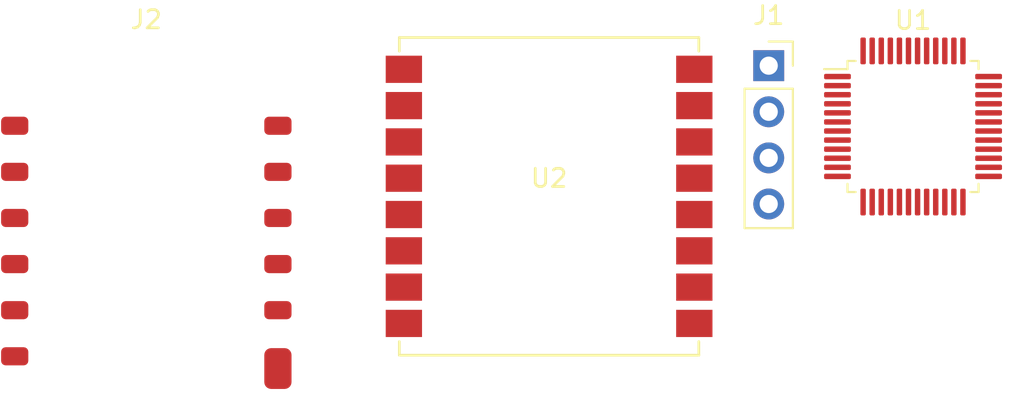
<source format=kicad_pcb>
(kicad_pcb (version 20211014) (generator pcbnew)
  (layers (0 "F.Cu" signal) (31 "B.Cu" signal) (34 "B.Paste" user) (35 "F.Paste" user) (36 "B.SilkS" user "B.Silkscreen") (37 "F.SilkS" user "F.Silkscreen") (38 "B.Mask" user) (39 "F.Mask" user) (44 "Edge.Cuts" user))
  (net 0 "")
  (net 53 "Net-(U2-Pad1)")
  (footprint "Package_QFP:LQFP-48_7x7mm_P0.5mm" (layer "F.Cu") (at 165.43 77.01)
    (fp_text reference "U1" (at 0 -5.85) (layer "F.SilkS"))
    (fp_text value "STM32F030C8Tx")
    (fp_line (start 3.61 3.61) (end 3.61 3.16) (layer "F.SilkS") (width 0.12))
    (fp_line (start 3.16 3.61) (end 3.61 3.61) (layer "F.SilkS") (width 0.12))
    (fp_line (start -3.61 -3.61) (end -3.61 -3.16) (layer "F.SilkS") (width 0.12))
    (fp_line (start 3.61 -3.61) (end 3.61 -3.16) (layer "F.SilkS") (width 0.12))
    (fp_line (start -3.16 3.61) (end -3.61 3.61) (layer "F.SilkS") (width 0.12))
    (fp_line (start -3.61 -3.16) (end -4.9 -3.16) (layer "F.SilkS") (width 0.12))
    (fp_line (start 3.16 -3.61) (end 3.61 -3.61) (layer "F.SilkS") (width 0.12))
    (fp_line (start -3.61 3.61) (end -3.61 3.16) (layer "F.SilkS") (width 0.12))
    (fp_line (start -3.16 -3.61) (end -3.61 -3.61) (layer "F.SilkS") (width 0.12))
    (pad "1" smd roundrect (at -4.1625 -2.75) (size 1.475 0.3) (layers "F.Cu" "F.Paste" "F.Mask"))
    (pad "2" smd roundrect (at -4.1625 -2.25) (size 1.475 0.3) (layers "F.Cu" "F.Paste" "F.Mask"))
    (pad "3" smd roundrect (at -4.1625 -1.75) (size 1.475 0.3) (layers "F.Cu" "F.Paste" "F.Mask"))
    (pad "4" smd roundrect (at -4.1625 -1.25) (size 1.475 0.3) (layers "F.Cu" "F.Paste" "F.Mask"))
    (pad "5" smd roundrect (at -4.1625 -0.75) (size 1.475 0.3) (layers "F.Cu" "F.Paste" "F.Mask"))
    (pad "6" smd roundrect (at -4.1625 -0.25) (size 1.475 0.3) (layers "F.Cu" "F.Paste" "F.Mask"))
    (pad "7" smd roundrect (at -4.1625 0.25) (size 1.475 0.3) (layers "F.Cu" "F.Paste" "F.Mask"))
    (pad "8" smd roundrect (at -4.1625 0.75) (size 1.475 0.3) (layers "F.Cu" "F.Paste" "F.Mask"))
    (pad "9" smd roundrect (at -4.1625 1.25) (size 1.475 0.3) (layers "F.Cu" "F.Paste" "F.Mask"))
    (pad "10" smd roundrect (at -4.1625 1.75) (size 1.475 0.3) (layers "F.Cu" "F.Paste" "F.Mask"))
    (pad "11" smd roundrect (at -4.1625 2.25) (size 1.475 0.3) (layers "F.Cu" "F.Paste" "F.Mask"))
    (pad "12" smd roundrect (at -4.1625 2.75) (size 1.475 0.3) (layers "F.Cu" "F.Paste" "F.Mask"))
    (pad "13" smd roundrect (at -2.75 4.1625) (size 0.3 1.475) (layers "F.Cu" "F.Paste" "F.Mask"))
    (pad "14" smd roundrect (at -2.25 4.1625) (size 0.3 1.475) (layers "F.Cu" "F.Paste" "F.Mask"))
    (pad "15" smd roundrect (at -1.75 4.1625) (size 0.3 1.475) (layers "F.Cu" "F.Paste" "F.Mask"))
    (pad "16" smd roundrect (at -1.25 4.1625) (size 0.3 1.475) (layers "F.Cu" "F.Paste" "F.Mask"))
    (pad "17" smd roundrect (at -0.75 4.1625) (size 0.3 1.475) (layers "F.Cu" "F.Paste" "F.Mask"))
    (pad "18" smd roundrect (at -0.25 4.1625) (size 0.3 1.475) (layers "F.Cu" "F.Paste" "F.Mask"))
    (pad "19" smd roundrect (at 0.25 4.1625) (size 0.3 1.475) (layers "F.Cu" "F.Paste" "F.Mask"))
    (pad "20" smd roundrect (at 0.75 4.1625) (size 0.3 1.475) (layers "F.Cu" "F.Paste" "F.Mask"))
    (pad "21" smd roundrect (at 1.25 4.1625) (size 0.3 1.475) (layers "F.Cu" "F.Paste" "F.Mask"))
    (pad "22" smd roundrect (at 1.75 4.1625) (size 0.3 1.475) (layers "F.Cu" "F.Paste" "F.Mask"))
    (pad "23" smd roundrect (at 2.25 4.1625) (size 0.3 1.475) (layers "F.Cu" "F.Paste" "F.Mask"))
    (pad "24" smd roundrect (at 2.75 4.1625) (size 0.3 1.475) (layers "F.Cu" "F.Paste" "F.Mask"))
    (pad "25" smd roundrect (at 4.1625 2.75) (size 1.475 0.3) (layers "F.Cu" "F.Paste" "F.Mask"))
    (pad "26" smd roundrect (at 4.1625 2.25) (size 1.475 0.3) (layers "F.Cu" "F.Paste" "F.Mask"))
    (pad "27" smd roundrect (at 4.1625 1.75) (size 1.475 0.3) (layers "F.Cu" "F.Paste" "F.Mask"))
    (pad "28" smd roundrect (at 4.1625 1.25) (size 1.475 0.3) (layers "F.Cu" "F.Paste" "F.Mask"))
    (pad "29" smd roundrect (at 4.1625 0.75) (size 1.475 0.3) (layers "F.Cu" "F.Paste" "F.Mask"))
    (pad "30" smd roundrect (at 4.1625 0.25) (size 1.475 0.3) (layers "F.Cu" "F.Paste" "F.Mask"))
    (pad "31" smd roundrect (at 4.1625 -0.25) (size 1.475 0.3) (layers "F.Cu" "F.Paste" "F.Mask"))
    (pad "32" smd roundrect (at 4.1625 -0.75) (size 1.475 0.3) (layers "F.Cu" "F.Paste" "F.Mask"))
    (pad "33" smd roundrect (at 4.1625 -1.25) (size 1.475 0.3) (layers "F.Cu" "F.Paste" "F.Mask"))
    (pad "34" smd roundrect (at 4.1625 -1.75) (size 1.475 0.3) (layers "F.Cu" "F.Paste" "F.Mask"))
    (pad "35" smd roundrect (at 4.1625 -2.25) (size 1.475 0.3) (layers "F.Cu" "F.Paste" "F.Mask"))
    (pad "36" smd roundrect (at 4.1625 -2.75) (size 1.475 0.3) (layers "F.Cu" "F.Paste" "F.Mask"))
    (pad "37" smd roundrect (at 2.75 -4.1625) (size 0.3 1.475) (layers "F.Cu" "F.Paste" "F.Mask"))
    (pad "38" smd roundrect (at 2.25 -4.1625) (size 0.3 1.475) (layers "F.Cu" "F.Paste" "F.Mask"))
    (pad "39" smd roundrect (at 1.75 -4.1625) (size 0.3 1.475) (layers "F.Cu" "F.Paste" "F.Mask"))
    (pad "40" smd roundrect (at 1.25 -4.1625) (size 0.3 1.475) (layers "F.Cu" "F.Paste" "F.Mask"))
    (pad "41" smd roundrect (at 0.75 -4.1625) (size 0.3 1.475) (layers "F.Cu" "F.Paste" "F.Mask"))
    (pad "42" smd roundrect (at 0.25 -4.1625) (size 0.3 1.475) (layers "F.Cu" "F.Paste" "F.Mask"))
    (pad "43" smd roundrect (at -0.25 -4.1625) (size 0.3 1.475) (layers "F.Cu" "F.Paste" "F.Mask"))
    (pad "44" smd roundrect (at -0.75 -4.1625) (size 0.3 1.475) (layers "F.Cu" "F.Paste" "F.Mask"))
    (pad "45" smd roundrect (at -1.25 -4.1625) (size 0.3 1.475) (layers "F.Cu" "F.Paste" "F.Mask"))
    (pad "46" smd roundrect (at -1.75 -4.1625) (size 0.3 1.475) (layers "F.Cu" "F.Paste" "F.Mask"))
    (pad "47" smd roundrect (at -2.25 -4.1625) (size 0.3 1.475) (layers "F.Cu" "F.Paste" "F.Mask"))
    (pad "48" smd roundrect (at -2.75 -4.1625) (size 0.3 1.475) (layers "F.Cu" "F.Paste" "F.Mask"))
  )
  (footprint "RF_Module:Ai-Thinker-Ra-01-LoRa" (layer "F.Cu") (at 145.38 80.86)
    (fp_text reference "U2" (at 0 -1) (layer "F.SilkS"))
    (fp_text value "Ai-Thinker-Ra-02")
    (fp_line (start -8.25 8) (end -8.25 8.75) (layer "F.SilkS") (width 0.15))
    (fp_line (start 8.25 -8.75) (end 8.25 -8) (layer "F.SilkS") (width 0.15))
    (fp_line (start -8.25 -8) (end -8.25 -8.75) (layer "F.SilkS") (width 0.15))
    (fp_line (start -8.25 8.75) (end 8.25 8.75) (layer "F.SilkS") (width 0.15))
    (fp_line (start -8.25 -8.75) (end 8.25 -8.75) (layer "F.SilkS") (width 0.15))
    (fp_line (start 8.25 8.75) (end 8.25 8) (layer "F.SilkS") (width 0.15))
    (pad "1" smd rect (at -8 -7) (size 2 1.5) (layers "F.Cu" "F.Paste" "F.Mask") (net 53 "Net-(U2-Pad1)"))
    (pad "2" smd rect (at -8 -5) (size 2 1.5) (layers "F.Cu" "F.Paste" "F.Mask") (net 53 "Net-(U2-Pad1)"))
    (pad "3" smd rect (at -8 -3) (size 2 1.5) (layers "F.Cu" "F.Paste" "F.Mask"))
    (pad "4" smd rect (at -8 -1) (size 2 1.5) (layers "F.Cu" "F.Paste" "F.Mask"))
    (pad "5" smd rect (at -8 1) (size 2 1.5) (layers "F.Cu" "F.Paste" "F.Mask"))
    (pad "6" smd rect (at -8 3) (size 2 1.5) (layers "F.Cu" "F.Paste" "F.Mask"))
    (pad "7" smd rect (at -8 5) (size 2 1.5) (layers "F.Cu" "F.Paste" "F.Mask"))
    (pad "8" smd rect (at -8 7) (size 2 1.5) (layers "F.Cu" "F.Paste" "F.Mask"))
    (pad "9" smd rect (at 8 7) (size 2 1.5) (layers "F.Cu" "F.Paste" "F.Mask") (net 53 "Net-(U2-Pad1)"))
    (pad "10" smd rect (at 8 5) (size 2 1.5) (layers "F.Cu" "F.Paste" "F.Mask"))
    (pad "11" smd rect (at 8 3) (size 2 1.5) (layers "F.Cu" "F.Paste" "F.Mask"))
    (pad "12" smd rect (at 8 1) (size 2 1.5) (layers "F.Cu" "F.Paste" "F.Mask"))
    (pad "13" smd rect (at 8 -1) (size 2 1.5) (layers "F.Cu" "F.Paste" "F.Mask"))
    (pad "14" smd rect (at 8 -3) (size 2 1.5) (layers "F.Cu" "F.Paste" "F.Mask"))
    (pad "15" smd rect (at 8 -5) (size 2 1.5) (layers "F.Cu" "F.Paste" "F.Mask"))
    (pad "16" smd rect (at 8 -7) (size 2 1.5) (layers "F.Cu" "F.Paste" "F.Mask") (net 53 "Net-(U2-Pad1)"))
  )
  (footprint "F030C8T6:L86-M33" (layer "F.Cu") (at 123.19 83.82)
    (fp_text reference "J2" (at 0 -12.7 unlocked) (layer "F.SilkS"))
    (fp_text value "Conn_01x12_Female")
    (pad "1" smd roundrect (at -7.25 -6.85 90) (size 1 1.5) (layers "F.Cu" "F.Paste" "F.Mask"))
    (pad "2" smd roundrect (at -7.25 -4.31 90) (size 1 1.5) (layers "F.Cu" "F.Paste" "F.Mask"))
    (pad "3" smd roundrect (at -7.25 -1.77 90) (size 1 1.5) (layers "F.Cu" "F.Paste" "F.Mask"))
    (pad "4" smd roundrect (at -7.25 0.77 90) (size 1 1.5) (layers "F.Cu" "F.Paste" "F.Mask"))
    (pad "5" smd roundrect (at -7.25 3.31 90) (size 1 1.5) (layers "F.Cu" "F.Paste" "F.Mask"))
    (pad "6" smd roundrect (at -7.25 5.85 90) (size 1 1.5) (layers "F.Cu" "F.Paste" "F.Mask"))
    (pad "6" smd roundrect (at 7.25 6.525 90) (size 2.25 1.5) (layers "F.Cu" "F.Paste" "F.Mask"))
    (pad "7" smd roundrect (at 7.25 -6.85 90) (size 1 1.5) (layers "F.Cu" "B.Adhes" "F.Paste" "F.Mask"))
    (pad "8" smd roundrect (at 7.25 -4.31 90) (size 1 1.5) (layers "F.Cu" "F.Mask"))
    (pad "9" smd roundrect (at 7.25 -1.77 90) (size 1 1.5) (layers "F.Cu" "F.Paste" "F.Mask"))
    (pad "10" smd roundrect (at 7.25 0.77 90) (size 1 1.5) (layers *.Mask "F.Cu" "F.Paste"))
    (pad "11" smd roundrect (at 7.25 3.31 90) (size 1 1.5) (layers "F.Cu" "F.Paste" "F.Mask"))
  )
  (footprint "Connector_PinSocket_2.54mm:PinSocket_1x04_P2.54mm_Vertical" (layer "F.Cu") (at 157.48 73.66)
    (fp_text reference "J1" (at 0 -2.77) (layer "F.SilkS"))
    (fp_text value "Conn_01x04_Female")
    (fp_line (start 0 -1.33) (end 1.33 -1.33) (layer "F.SilkS") (width 0.12))
    (fp_line (start -1.33 8.95) (end 1.33 8.95) (layer "F.SilkS") (width 0.12))
    (fp_line (start -1.33 1.27) (end -1.33 8.95) (layer "F.SilkS") (width 0.12))
    (fp_line (start 1.33 -1.33) (end 1.33 0) (layer "F.SilkS") (width 0.12))
    (fp_line (start -1.33 1.27) (end 1.33 1.27) (layer "F.SilkS") (width 0.12))
    (fp_line (start 1.33 1.27) (end 1.33 8.95) (layer "F.SilkS") (width 0.12))
    (pad "1" thru_hole rect (at 0 0) (size 1.7 1.7) (drill 1) (layers *.Cu *.Mask))
    (pad "2" thru_hole oval (at 0 2.54) (size 1.7 1.7) (drill 1) (layers *.Cu *.Mask))
    (pad "3" thru_hole oval (at 0 5.08) (size 1.7 1.7) (drill 1) (layers *.Cu *.Mask))
    (pad "4" thru_hole oval (at 0 7.62) (size 1.7 1.7) (drill 1) (layers *.Cu *.Mask))
  )
)
</source>
